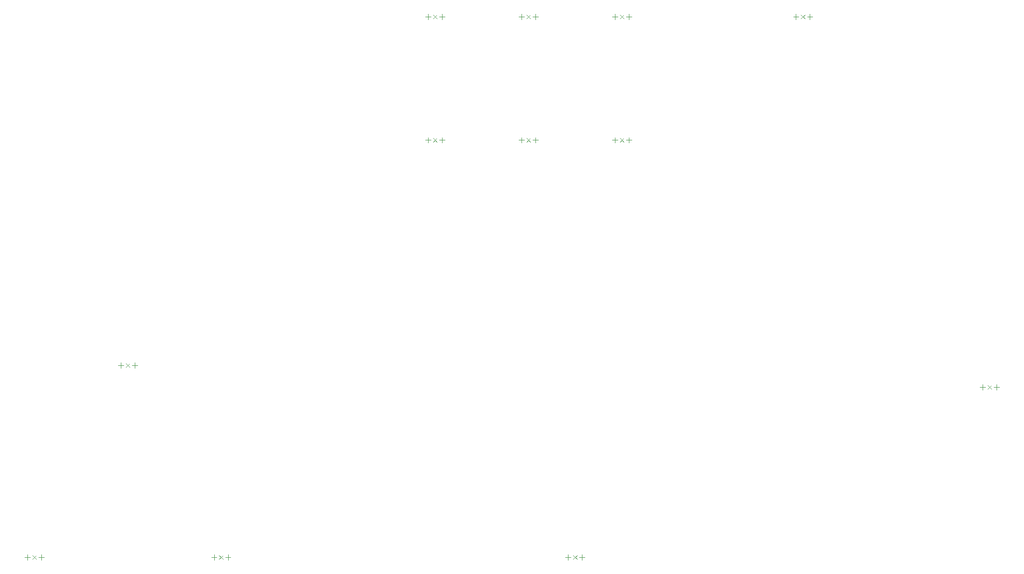
<source format=gbr>
%TF.GenerationSoftware,Altium Limited,Altium Designer,20.2.5 (213)*%
G04 Layer_Color=32896*
%FSLAX45Y45*%
%MOMM*%
%TF.SameCoordinates,662F433C-BD6F-4083-8A0F-E7C0AAC1164F*%
%TF.FilePolarity,Positive*%
%TF.FileFunction,Other,Mechanical_8*%
%TF.Part,Single*%
G01*
G75*
%TA.AperFunction,NonConductor*%
%ADD50C,0.10000*%
D50*
X2573000Y15100000D02*
X2623000D01*
X2573000Y15050000D02*
Y15100000D01*
Y15150000D01*
X2523000Y15100000D02*
X2573000D01*
X2827000D02*
X2877000D01*
X2827000Y15050000D02*
Y15100000D01*
Y15150000D01*
X2777000Y15100000D02*
X2827000D01*
X2700000D02*
X2735355Y15135355D01*
X2700000Y15100000D02*
X2735355Y15064645D01*
X2664645Y15135355D02*
X2700000Y15100000D01*
X2664645Y15064645D02*
X2700000Y15100000D01*
X10723000Y11600000D02*
X10773000D01*
X10723000Y11550000D02*
Y11600000D01*
Y11650000D01*
X10673000Y11600000D02*
X10723000D01*
X10977000D02*
X11027000D01*
X10977000Y11550000D02*
Y11600000D01*
Y11650000D01*
X10927000Y11600000D02*
X10977000D01*
X10850000D02*
X10885355Y11635355D01*
X10850000Y11600000D02*
X10885355Y11564645D01*
X10814645Y11635355D02*
X10850000Y11600000D01*
X10814645Y11564645D02*
X10850000Y11600000D01*
X4273000D02*
X4323000D01*
X4273000Y11550000D02*
Y11600000D01*
Y11650000D01*
X4223000Y11600000D02*
X4273000D01*
X4527000D02*
X4577000D01*
X4527000Y11550000D02*
Y11600000D01*
Y11650000D01*
X4477000Y11600000D02*
X4527000D01*
X4400000D02*
X4435355Y11635355D01*
X4400000Y11600000D02*
X4435355Y11564645D01*
X4364645Y11635355D02*
X4400000Y11600000D01*
X4364645Y11564645D02*
X4400000Y11600000D01*
X873000D02*
X923000D01*
X873000Y11550000D02*
Y11600000D01*
Y11650000D01*
X823000Y11600000D02*
X873000D01*
X1127000D02*
X1177000D01*
X1127000Y11550000D02*
Y11600000D01*
Y11650000D01*
X1077000Y11600000D02*
X1127000D01*
X1000000D02*
X1035355Y11635355D01*
X1000000Y11600000D02*
X1035355Y11564645D01*
X964645Y11635355D02*
X1000000Y11600000D01*
X964645Y11564645D02*
X1000000Y11600000D01*
X18273000Y14700000D02*
X18323000D01*
X18273000Y14650000D02*
Y14700000D01*
Y14750000D01*
X18223000Y14700000D02*
X18273000D01*
X18527000D02*
X18577000D01*
X18527000Y14650000D02*
Y14700000D01*
Y14750000D01*
X18477000Y14700000D02*
X18527000D01*
X18400000D02*
X18435355Y14735355D01*
X18400000Y14700000D02*
X18435355Y14664645D01*
X18364645Y14735355D02*
X18400000Y14700000D01*
X18364645Y14664645D02*
X18400000Y14700000D01*
X11573000Y19200000D02*
X11623000D01*
X11573000Y19150000D02*
Y19200000D01*
Y19250000D01*
X11523000Y19200000D02*
X11573000D01*
X11827000D02*
X11877000D01*
X11827000Y19150000D02*
Y19200000D01*
Y19250000D01*
X11777000Y19200000D02*
X11827000D01*
X11700000D02*
X11735355Y19235355D01*
X11700000Y19200000D02*
X11735355Y19164645D01*
X11664645Y19235355D02*
X11700000Y19200000D01*
X11664645Y19164645D02*
X11700000Y19200000D01*
X9873000D02*
X9923000D01*
X9873000Y19150000D02*
Y19200000D01*
Y19250000D01*
X9823000Y19200000D02*
X9873000D01*
X10127000D02*
X10177000D01*
X10127000Y19150000D02*
Y19200000D01*
Y19250000D01*
X10077000Y19200000D02*
X10127000D01*
X10000000D02*
X10035355Y19235355D01*
X10000000Y19200000D02*
X10035355Y19164645D01*
X9964645Y19235355D02*
X10000000Y19200000D01*
X9964645Y19164645D02*
X10000000Y19200000D01*
X8173000D02*
X8223000D01*
X8173000Y19150000D02*
Y19200000D01*
Y19250000D01*
X8123000Y19200000D02*
X8173000D01*
X8427000D02*
X8477000D01*
X8427000Y19150000D02*
Y19200000D01*
Y19250000D01*
X8377000Y19200000D02*
X8427000D01*
X8300000D02*
X8335355Y19235355D01*
X8300000Y19200000D02*
X8335355Y19164645D01*
X8264645Y19235355D02*
X8300000Y19200000D01*
X8264645Y19164645D02*
X8300000Y19200000D01*
X14873000Y21450000D02*
X14923000D01*
X14873000Y21400000D02*
Y21450000D01*
Y21500000D01*
X14823000Y21450000D02*
X14873000D01*
X15127000D02*
X15177000D01*
X15127000Y21400000D02*
Y21450000D01*
Y21500000D01*
X15077000Y21450000D02*
X15127000D01*
X15000000D02*
X15035355Y21485355D01*
X15000000Y21450000D02*
X15035355Y21414645D01*
X14964645Y21485355D02*
X15000000Y21450000D01*
X14964645Y21414645D02*
X15000000Y21450000D01*
X11573000D02*
X11623000D01*
X11573000Y21400000D02*
Y21450000D01*
Y21500000D01*
X11523000Y21450000D02*
X11573000D01*
X11827000D02*
X11877000D01*
X11827000Y21400000D02*
Y21450000D01*
Y21500000D01*
X11777000Y21450000D02*
X11827000D01*
X11700000D02*
X11735355Y21485355D01*
X11700000Y21450000D02*
X11735355Y21414645D01*
X11664645Y21485355D02*
X11700000Y21450000D01*
X11664645Y21414645D02*
X11700000Y21450000D01*
X9873000D02*
X9923000D01*
X9873000Y21400000D02*
Y21450000D01*
Y21500000D01*
X9823000Y21450000D02*
X9873000D01*
X10127000D02*
X10177000D01*
X10127000Y21400000D02*
Y21450000D01*
Y21500000D01*
X10077000Y21450000D02*
X10127000D01*
X10000000D02*
X10035355Y21485355D01*
X10000000Y21450000D02*
X10035355Y21414645D01*
X9964645Y21485355D02*
X10000000Y21450000D01*
X9964645Y21414645D02*
X10000000Y21450000D01*
X8173000D02*
X8223000D01*
X8173000Y21400000D02*
Y21450000D01*
Y21500000D01*
X8123000Y21450000D02*
X8173000D01*
X8427000D02*
X8477000D01*
X8427000Y21400000D02*
Y21450000D01*
Y21500000D01*
X8377000Y21450000D02*
X8427000D01*
X8300000D02*
X8335355Y21485355D01*
X8300000Y21450000D02*
X8335355Y21414645D01*
X8264645Y21485355D02*
X8300000Y21450000D01*
X8264645Y21414645D02*
X8300000Y21450000D01*
%TF.MD5,9c76c2d88407a9c9c850895199161e4c*%
M02*

</source>
